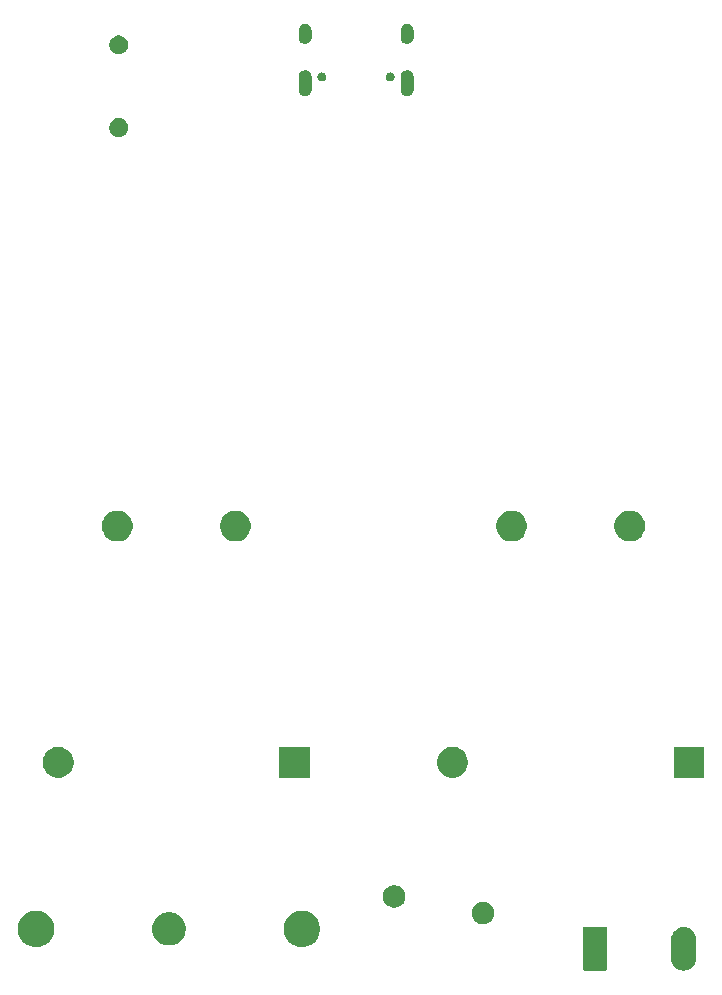
<source format=gbr>
G04 #@! TF.GenerationSoftware,KiCad,Pcbnew,(5.1.5)-3*
G04 #@! TF.CreationDate,2021-07-10T17:40:16+02:00*
G04 #@! TF.ProjectId,EnergyMonitor,456e6572-6779-44d6-9f6e-69746f722e6b,rev?*
G04 #@! TF.SameCoordinates,Original*
G04 #@! TF.FileFunction,Soldermask,Bot*
G04 #@! TF.FilePolarity,Negative*
%FSLAX46Y46*%
G04 Gerber Fmt 4.6, Leading zero omitted, Abs format (unit mm)*
G04 Created by KiCad (PCBNEW (5.1.5)-3) date 2021-07-10 17:40:16*
%MOMM*%
%LPD*%
G04 APERTURE LIST*
%ADD10C,0.100000*%
G04 APERTURE END LIST*
D10*
G36*
X170758791Y-117589927D02*
G01*
X170956905Y-117650025D01*
X170956908Y-117650026D01*
X171011632Y-117679277D01*
X171139489Y-117747617D01*
X171299525Y-117878955D01*
X171430863Y-118038991D01*
X171430864Y-118038993D01*
X171528454Y-118221571D01*
X171528454Y-118221572D01*
X171528455Y-118221574D01*
X171588553Y-118419688D01*
X171603760Y-118574090D01*
X171603760Y-120277350D01*
X171588553Y-120431752D01*
X171528455Y-120629866D01*
X171528454Y-120629869D01*
X171476699Y-120726695D01*
X171430863Y-120812449D01*
X171299525Y-120972485D01*
X171139489Y-121103823D01*
X171070736Y-121140572D01*
X170956909Y-121201414D01*
X170956906Y-121201415D01*
X170758792Y-121261513D01*
X170552760Y-121281805D01*
X170346729Y-121261513D01*
X170148615Y-121201415D01*
X170148612Y-121201414D01*
X170034785Y-121140572D01*
X169966032Y-121103823D01*
X169805996Y-120972485D01*
X169674658Y-120812449D01*
X169640664Y-120748850D01*
X169577065Y-120629866D01*
X169516967Y-120431753D01*
X169501760Y-120277351D01*
X169501760Y-118574090D01*
X169511634Y-118473834D01*
X169516967Y-118419689D01*
X169577065Y-118221575D01*
X169577066Y-118221572D01*
X169616490Y-118147816D01*
X169674657Y-118038991D01*
X169805995Y-117878955D01*
X169966031Y-117747617D01*
X170093887Y-117679277D01*
X170148611Y-117650026D01*
X170148614Y-117650025D01*
X170346728Y-117589927D01*
X170552760Y-117569635D01*
X170758791Y-117589927D01*
G37*
G36*
X163967612Y-117578560D02*
G01*
X163999203Y-117588143D01*
X164028317Y-117603705D01*
X164053834Y-117624646D01*
X164074775Y-117650163D01*
X164090337Y-117679277D01*
X164099920Y-117710868D01*
X164103760Y-117749860D01*
X164103760Y-121101580D01*
X164099920Y-121140572D01*
X164090337Y-121172163D01*
X164074775Y-121201277D01*
X164053834Y-121226794D01*
X164028317Y-121247735D01*
X163999203Y-121263297D01*
X163967612Y-121272880D01*
X163928620Y-121276720D01*
X162176900Y-121276720D01*
X162137908Y-121272880D01*
X162106317Y-121263297D01*
X162077203Y-121247735D01*
X162051686Y-121226794D01*
X162030745Y-121201277D01*
X162015183Y-121172163D01*
X162005600Y-121140572D01*
X162001760Y-121101580D01*
X162001760Y-117749860D01*
X162005600Y-117710868D01*
X162015183Y-117679277D01*
X162030745Y-117650163D01*
X162051686Y-117624646D01*
X162077203Y-117603705D01*
X162106317Y-117588143D01*
X162137908Y-117578560D01*
X162176900Y-117574720D01*
X163928620Y-117574720D01*
X163967612Y-117578560D01*
G37*
G36*
X116034465Y-116217962D02*
G01*
X116184290Y-116247764D01*
X116466554Y-116364681D01*
X116720585Y-116534419D01*
X116936621Y-116750455D01*
X117106359Y-117004486D01*
X117223276Y-117286750D01*
X117282880Y-117586400D01*
X117282880Y-117891920D01*
X117223276Y-118191570D01*
X117106359Y-118473834D01*
X116936621Y-118727865D01*
X116720585Y-118943901D01*
X116466554Y-119113639D01*
X116184290Y-119230556D01*
X116034465Y-119260358D01*
X115884641Y-119290160D01*
X115579119Y-119290160D01*
X115429295Y-119260358D01*
X115279470Y-119230556D01*
X114997206Y-119113639D01*
X114743175Y-118943901D01*
X114527139Y-118727865D01*
X114357401Y-118473834D01*
X114240484Y-118191570D01*
X114180880Y-117891920D01*
X114180880Y-117586400D01*
X114240484Y-117286750D01*
X114357401Y-117004486D01*
X114527139Y-116750455D01*
X114743175Y-116534419D01*
X114997206Y-116364681D01*
X115279470Y-116247764D01*
X115429295Y-116217962D01*
X115579119Y-116188160D01*
X115884641Y-116188160D01*
X116034465Y-116217962D01*
G37*
G36*
X138534465Y-116217962D02*
G01*
X138684290Y-116247764D01*
X138966554Y-116364681D01*
X139220585Y-116534419D01*
X139436621Y-116750455D01*
X139606359Y-117004486D01*
X139723276Y-117286750D01*
X139782880Y-117586400D01*
X139782880Y-117891920D01*
X139723276Y-118191570D01*
X139606359Y-118473834D01*
X139436621Y-118727865D01*
X139220585Y-118943901D01*
X138966554Y-119113639D01*
X138684290Y-119230556D01*
X138534465Y-119260358D01*
X138384641Y-119290160D01*
X138079119Y-119290160D01*
X137929295Y-119260358D01*
X137779470Y-119230556D01*
X137497206Y-119113639D01*
X137243175Y-118943901D01*
X137027139Y-118727865D01*
X136857401Y-118473834D01*
X136740484Y-118191570D01*
X136680880Y-117891920D01*
X136680880Y-117586400D01*
X136740484Y-117286750D01*
X136857401Y-117004486D01*
X137027139Y-116750455D01*
X137243175Y-116534419D01*
X137497206Y-116364681D01*
X137779470Y-116247764D01*
X137929295Y-116217962D01*
X138079119Y-116188160D01*
X138384641Y-116188160D01*
X138534465Y-116217962D01*
G37*
G36*
X127300313Y-116374053D02*
G01*
X127390537Y-116391999D01*
X127496147Y-116435745D01*
X127645501Y-116497609D01*
X127721643Y-116548485D01*
X127874966Y-116650932D01*
X128070108Y-116846074D01*
X128172555Y-116999397D01*
X128223431Y-117075539D01*
X128247916Y-117134651D01*
X128320720Y-117310414D01*
X128329041Y-117330504D01*
X128382880Y-117601172D01*
X128382880Y-117877148D01*
X128379941Y-117891921D01*
X128329041Y-118147817D01*
X128298489Y-118221575D01*
X128223431Y-118402781D01*
X128223430Y-118402782D01*
X128070108Y-118632246D01*
X127874966Y-118827388D01*
X127721643Y-118929835D01*
X127645501Y-118980711D01*
X127496147Y-119042575D01*
X127390537Y-119086321D01*
X127300313Y-119104267D01*
X127119868Y-119140160D01*
X126843892Y-119140160D01*
X126663447Y-119104267D01*
X126573223Y-119086321D01*
X126467613Y-119042575D01*
X126318259Y-118980711D01*
X126242117Y-118929835D01*
X126088794Y-118827388D01*
X125893652Y-118632246D01*
X125740330Y-118402782D01*
X125740329Y-118402781D01*
X125665271Y-118221575D01*
X125634719Y-118147817D01*
X125583819Y-117891921D01*
X125580880Y-117877148D01*
X125580880Y-117601172D01*
X125634719Y-117330504D01*
X125643041Y-117310414D01*
X125715844Y-117134651D01*
X125740329Y-117075539D01*
X125791205Y-116999397D01*
X125893652Y-116846074D01*
X126088794Y-116650932D01*
X126242117Y-116548485D01*
X126318259Y-116497609D01*
X126467613Y-116435745D01*
X126573223Y-116391999D01*
X126663447Y-116374053D01*
X126843892Y-116338160D01*
X127119868Y-116338160D01*
X127300313Y-116374053D01*
G37*
G36*
X153827395Y-115481506D02*
G01*
X154000466Y-115553194D01*
X154000467Y-115553195D01*
X154156227Y-115657270D01*
X154288690Y-115789733D01*
X154288691Y-115789735D01*
X154392766Y-115945494D01*
X154464454Y-116118565D01*
X154501000Y-116302293D01*
X154501000Y-116489627D01*
X154464454Y-116673355D01*
X154392766Y-116846426D01*
X154392765Y-116846427D01*
X154288690Y-117002187D01*
X154156227Y-117134650D01*
X154077818Y-117187041D01*
X154000466Y-117238726D01*
X153827395Y-117310414D01*
X153643667Y-117346960D01*
X153456333Y-117346960D01*
X153272605Y-117310414D01*
X153099534Y-117238726D01*
X153022182Y-117187041D01*
X152943773Y-117134650D01*
X152811310Y-117002187D01*
X152707235Y-116846427D01*
X152707234Y-116846426D01*
X152635546Y-116673355D01*
X152599000Y-116489627D01*
X152599000Y-116302293D01*
X152635546Y-116118565D01*
X152707234Y-115945494D01*
X152811309Y-115789735D01*
X152811310Y-115789733D01*
X152943773Y-115657270D01*
X153099533Y-115553195D01*
X153099534Y-115553194D01*
X153272605Y-115481506D01*
X153456333Y-115444960D01*
X153643667Y-115444960D01*
X153827395Y-115481506D01*
G37*
G36*
X146327395Y-114081506D02*
G01*
X146500466Y-114153194D01*
X146500467Y-114153195D01*
X146656227Y-114257270D01*
X146788690Y-114389733D01*
X146788691Y-114389735D01*
X146892766Y-114545494D01*
X146964454Y-114718565D01*
X147001000Y-114902293D01*
X147001000Y-115089627D01*
X146964454Y-115273355D01*
X146892766Y-115446426D01*
X146841081Y-115523778D01*
X146788690Y-115602187D01*
X146656227Y-115734650D01*
X146577818Y-115787041D01*
X146500466Y-115838726D01*
X146327395Y-115910414D01*
X146143667Y-115946960D01*
X145956333Y-115946960D01*
X145772605Y-115910414D01*
X145599534Y-115838726D01*
X145522182Y-115787041D01*
X145443773Y-115734650D01*
X145311310Y-115602187D01*
X145258919Y-115523778D01*
X145207234Y-115446426D01*
X145135546Y-115273355D01*
X145099000Y-115089627D01*
X145099000Y-114902293D01*
X145135546Y-114718565D01*
X145207234Y-114545494D01*
X145311309Y-114389735D01*
X145311310Y-114389733D01*
X145443773Y-114257270D01*
X145599533Y-114153195D01*
X145599534Y-114153194D01*
X145772605Y-114081506D01*
X145956333Y-114044960D01*
X146143667Y-114044960D01*
X146327395Y-114081506D01*
G37*
G36*
X138901000Y-104933000D02*
G01*
X136299000Y-104933000D01*
X136299000Y-102331000D01*
X138901000Y-102331000D01*
X138901000Y-104933000D01*
G37*
G36*
X117979487Y-102380996D02*
G01*
X118216253Y-102479068D01*
X118216255Y-102479069D01*
X118429339Y-102621447D01*
X118610553Y-102802661D01*
X118752932Y-103015747D01*
X118851004Y-103252513D01*
X118901000Y-103503861D01*
X118901000Y-103760139D01*
X118851004Y-104011487D01*
X118752932Y-104248253D01*
X118752931Y-104248255D01*
X118610553Y-104461339D01*
X118429339Y-104642553D01*
X118216255Y-104784931D01*
X118216254Y-104784932D01*
X118216253Y-104784932D01*
X117979487Y-104883004D01*
X117728139Y-104933000D01*
X117471861Y-104933000D01*
X117220513Y-104883004D01*
X116983747Y-104784932D01*
X116983746Y-104784932D01*
X116983745Y-104784931D01*
X116770661Y-104642553D01*
X116589447Y-104461339D01*
X116447069Y-104248255D01*
X116447068Y-104248253D01*
X116348996Y-104011487D01*
X116299000Y-103760139D01*
X116299000Y-103503861D01*
X116348996Y-103252513D01*
X116447068Y-103015747D01*
X116589447Y-102802661D01*
X116770661Y-102621447D01*
X116983745Y-102479069D01*
X116983747Y-102479068D01*
X117220513Y-102380996D01*
X117471861Y-102331000D01*
X117728139Y-102331000D01*
X117979487Y-102380996D01*
G37*
G36*
X172301000Y-104933000D02*
G01*
X169699000Y-104933000D01*
X169699000Y-102331000D01*
X172301000Y-102331000D01*
X172301000Y-104933000D01*
G37*
G36*
X151379487Y-102380996D02*
G01*
X151616253Y-102479068D01*
X151616255Y-102479069D01*
X151829339Y-102621447D01*
X152010553Y-102802661D01*
X152152932Y-103015747D01*
X152251004Y-103252513D01*
X152301000Y-103503861D01*
X152301000Y-103760139D01*
X152251004Y-104011487D01*
X152152932Y-104248253D01*
X152152931Y-104248255D01*
X152010553Y-104461339D01*
X151829339Y-104642553D01*
X151616255Y-104784931D01*
X151616254Y-104784932D01*
X151616253Y-104784932D01*
X151379487Y-104883004D01*
X151128139Y-104933000D01*
X150871861Y-104933000D01*
X150620513Y-104883004D01*
X150383747Y-104784932D01*
X150383746Y-104784932D01*
X150383745Y-104784931D01*
X150170661Y-104642553D01*
X149989447Y-104461339D01*
X149847069Y-104248255D01*
X149847068Y-104248253D01*
X149748996Y-104011487D01*
X149699000Y-103760139D01*
X149699000Y-103503861D01*
X149748996Y-103252513D01*
X149847068Y-103015747D01*
X149989447Y-102802661D01*
X150170661Y-102621447D01*
X150383745Y-102479069D01*
X150383747Y-102479068D01*
X150620513Y-102380996D01*
X150871861Y-102331000D01*
X151128139Y-102331000D01*
X151379487Y-102380996D01*
G37*
G36*
X156379487Y-82380996D02*
G01*
X156616253Y-82479068D01*
X156616255Y-82479069D01*
X156829339Y-82621447D01*
X157010553Y-82802661D01*
X157152932Y-83015747D01*
X157251004Y-83252513D01*
X157301000Y-83503861D01*
X157301000Y-83760139D01*
X157251004Y-84011487D01*
X157152932Y-84248253D01*
X157152931Y-84248255D01*
X157010553Y-84461339D01*
X156829339Y-84642553D01*
X156616255Y-84784931D01*
X156616254Y-84784932D01*
X156616253Y-84784932D01*
X156379487Y-84883004D01*
X156128139Y-84933000D01*
X155871861Y-84933000D01*
X155620513Y-84883004D01*
X155383747Y-84784932D01*
X155383746Y-84784932D01*
X155383745Y-84784931D01*
X155170661Y-84642553D01*
X154989447Y-84461339D01*
X154847069Y-84248255D01*
X154847068Y-84248253D01*
X154748996Y-84011487D01*
X154699000Y-83760139D01*
X154699000Y-83503861D01*
X154748996Y-83252513D01*
X154847068Y-83015747D01*
X154989447Y-82802661D01*
X155170661Y-82621447D01*
X155383745Y-82479069D01*
X155383747Y-82479068D01*
X155620513Y-82380996D01*
X155871861Y-82331000D01*
X156128139Y-82331000D01*
X156379487Y-82380996D01*
G37*
G36*
X122979487Y-82380996D02*
G01*
X123216253Y-82479068D01*
X123216255Y-82479069D01*
X123429339Y-82621447D01*
X123610553Y-82802661D01*
X123752932Y-83015747D01*
X123851004Y-83252513D01*
X123901000Y-83503861D01*
X123901000Y-83760139D01*
X123851004Y-84011487D01*
X123752932Y-84248253D01*
X123752931Y-84248255D01*
X123610553Y-84461339D01*
X123429339Y-84642553D01*
X123216255Y-84784931D01*
X123216254Y-84784932D01*
X123216253Y-84784932D01*
X122979487Y-84883004D01*
X122728139Y-84933000D01*
X122471861Y-84933000D01*
X122220513Y-84883004D01*
X121983747Y-84784932D01*
X121983746Y-84784932D01*
X121983745Y-84784931D01*
X121770661Y-84642553D01*
X121589447Y-84461339D01*
X121447069Y-84248255D01*
X121447068Y-84248253D01*
X121348996Y-84011487D01*
X121299000Y-83760139D01*
X121299000Y-83503861D01*
X121348996Y-83252513D01*
X121447068Y-83015747D01*
X121589447Y-82802661D01*
X121770661Y-82621447D01*
X121983745Y-82479069D01*
X121983747Y-82479068D01*
X122220513Y-82380996D01*
X122471861Y-82331000D01*
X122728139Y-82331000D01*
X122979487Y-82380996D01*
G37*
G36*
X132979487Y-82380996D02*
G01*
X133216253Y-82479068D01*
X133216255Y-82479069D01*
X133429339Y-82621447D01*
X133610553Y-82802661D01*
X133752932Y-83015747D01*
X133851004Y-83252513D01*
X133901000Y-83503861D01*
X133901000Y-83760139D01*
X133851004Y-84011487D01*
X133752932Y-84248253D01*
X133752931Y-84248255D01*
X133610553Y-84461339D01*
X133429339Y-84642553D01*
X133216255Y-84784931D01*
X133216254Y-84784932D01*
X133216253Y-84784932D01*
X132979487Y-84883004D01*
X132728139Y-84933000D01*
X132471861Y-84933000D01*
X132220513Y-84883004D01*
X131983747Y-84784932D01*
X131983746Y-84784932D01*
X131983745Y-84784931D01*
X131770661Y-84642553D01*
X131589447Y-84461339D01*
X131447069Y-84248255D01*
X131447068Y-84248253D01*
X131348996Y-84011487D01*
X131299000Y-83760139D01*
X131299000Y-83503861D01*
X131348996Y-83252513D01*
X131447068Y-83015747D01*
X131589447Y-82802661D01*
X131770661Y-82621447D01*
X131983745Y-82479069D01*
X131983747Y-82479068D01*
X132220513Y-82380996D01*
X132471861Y-82331000D01*
X132728139Y-82331000D01*
X132979487Y-82380996D01*
G37*
G36*
X166379487Y-82380996D02*
G01*
X166616253Y-82479068D01*
X166616255Y-82479069D01*
X166829339Y-82621447D01*
X167010553Y-82802661D01*
X167152932Y-83015747D01*
X167251004Y-83252513D01*
X167301000Y-83503861D01*
X167301000Y-83760139D01*
X167251004Y-84011487D01*
X167152932Y-84248253D01*
X167152931Y-84248255D01*
X167010553Y-84461339D01*
X166829339Y-84642553D01*
X166616255Y-84784931D01*
X166616254Y-84784932D01*
X166616253Y-84784932D01*
X166379487Y-84883004D01*
X166128139Y-84933000D01*
X165871861Y-84933000D01*
X165620513Y-84883004D01*
X165383747Y-84784932D01*
X165383746Y-84784932D01*
X165383745Y-84784931D01*
X165170661Y-84642553D01*
X164989447Y-84461339D01*
X164847069Y-84248255D01*
X164847068Y-84248253D01*
X164748996Y-84011487D01*
X164699000Y-83760139D01*
X164699000Y-83503861D01*
X164748996Y-83252513D01*
X164847068Y-83015747D01*
X164989447Y-82802661D01*
X165170661Y-82621447D01*
X165383745Y-82479069D01*
X165383747Y-82479068D01*
X165620513Y-82380996D01*
X165871861Y-82331000D01*
X166128139Y-82331000D01*
X166379487Y-82380996D01*
G37*
G36*
X122961362Y-49128061D02*
G01*
X123107134Y-49188442D01*
X123107136Y-49188443D01*
X123238328Y-49276102D01*
X123349898Y-49387672D01*
X123437557Y-49518864D01*
X123437558Y-49518866D01*
X123497939Y-49664638D01*
X123528720Y-49819387D01*
X123528720Y-49977173D01*
X123497939Y-50131922D01*
X123437558Y-50277694D01*
X123437557Y-50277696D01*
X123349898Y-50408888D01*
X123238328Y-50520458D01*
X123107136Y-50608117D01*
X123107135Y-50608118D01*
X123107134Y-50608118D01*
X122961362Y-50668499D01*
X122806613Y-50699280D01*
X122648827Y-50699280D01*
X122494078Y-50668499D01*
X122348306Y-50608118D01*
X122348305Y-50608118D01*
X122348304Y-50608117D01*
X122217112Y-50520458D01*
X122105542Y-50408888D01*
X122017883Y-50277696D01*
X122017882Y-50277694D01*
X121957501Y-50131922D01*
X121926720Y-49977173D01*
X121926720Y-49819387D01*
X121957501Y-49664638D01*
X122017882Y-49518866D01*
X122017883Y-49518864D01*
X122105542Y-49387672D01*
X122217112Y-49276102D01*
X122348304Y-49188443D01*
X122348306Y-49188442D01*
X122494078Y-49128061D01*
X122648827Y-49097280D01*
X122806613Y-49097280D01*
X122961362Y-49128061D01*
G37*
G36*
X138607135Y-45036973D02*
G01*
X138710999Y-45068479D01*
X138738175Y-45083005D01*
X138806720Y-45119643D01*
X138890621Y-45188499D01*
X138959477Y-45272400D01*
X138978474Y-45307942D01*
X139010641Y-45368121D01*
X139042147Y-45471985D01*
X139050120Y-45552933D01*
X139050120Y-46707067D01*
X139042147Y-46788015D01*
X139010641Y-46891879D01*
X138959476Y-46987600D01*
X138890621Y-47071501D01*
X138821765Y-47128009D01*
X138806719Y-47140357D01*
X138755027Y-47167987D01*
X138710998Y-47191521D01*
X138607134Y-47223027D01*
X138499120Y-47233666D01*
X138391105Y-47223027D01*
X138287241Y-47191521D01*
X138243213Y-47167987D01*
X138191521Y-47140357D01*
X138178763Y-47129887D01*
X138107619Y-47071501D01*
X138038764Y-46987600D01*
X137987599Y-46891878D01*
X137956093Y-46788014D01*
X137948120Y-46707066D01*
X137948121Y-45552933D01*
X137956094Y-45471985D01*
X137987600Y-45368121D01*
X138019767Y-45307942D01*
X138038764Y-45272400D01*
X138107620Y-45188499D01*
X138191521Y-45119643D01*
X138260066Y-45083005D01*
X138287242Y-45068479D01*
X138391106Y-45036973D01*
X138499120Y-45026334D01*
X138607135Y-45036973D01*
G37*
G36*
X147247135Y-45036973D02*
G01*
X147350999Y-45068479D01*
X147378175Y-45083005D01*
X147446720Y-45119643D01*
X147530621Y-45188499D01*
X147599477Y-45272400D01*
X147618474Y-45307942D01*
X147650641Y-45368121D01*
X147682147Y-45471985D01*
X147690120Y-45552933D01*
X147690120Y-46707067D01*
X147682147Y-46788015D01*
X147650641Y-46891879D01*
X147599476Y-46987600D01*
X147530621Y-47071501D01*
X147461765Y-47128009D01*
X147446719Y-47140357D01*
X147395027Y-47167987D01*
X147350998Y-47191521D01*
X147247134Y-47223027D01*
X147139120Y-47233666D01*
X147031105Y-47223027D01*
X146927241Y-47191521D01*
X146883213Y-47167987D01*
X146831521Y-47140357D01*
X146818763Y-47129887D01*
X146747619Y-47071501D01*
X146678764Y-46987600D01*
X146627599Y-46891878D01*
X146596093Y-46788014D01*
X146588120Y-46707066D01*
X146588121Y-45552933D01*
X146596094Y-45471985D01*
X146627600Y-45368121D01*
X146659767Y-45307942D01*
X146678764Y-45272400D01*
X146747620Y-45188499D01*
X146831521Y-45119643D01*
X146900066Y-45083005D01*
X146927242Y-45068479D01*
X147031106Y-45036973D01*
X147139120Y-45026334D01*
X147247135Y-45036973D01*
G37*
G36*
X140038792Y-45238449D02*
G01*
X140038794Y-45238450D01*
X140038795Y-45238450D01*
X140107223Y-45266793D01*
X140168806Y-45307942D01*
X140221178Y-45360314D01*
X140262327Y-45421897D01*
X140290670Y-45490325D01*
X140305120Y-45562967D01*
X140305120Y-45637033D01*
X140290670Y-45709675D01*
X140262327Y-45778103D01*
X140221178Y-45839686D01*
X140168806Y-45892058D01*
X140107223Y-45933207D01*
X140038795Y-45961550D01*
X140038794Y-45961550D01*
X140038792Y-45961551D01*
X139966154Y-45976000D01*
X139892086Y-45976000D01*
X139819448Y-45961551D01*
X139819446Y-45961550D01*
X139819445Y-45961550D01*
X139751017Y-45933207D01*
X139689434Y-45892058D01*
X139637062Y-45839686D01*
X139595913Y-45778103D01*
X139567570Y-45709675D01*
X139553120Y-45637033D01*
X139553120Y-45562967D01*
X139567570Y-45490325D01*
X139595913Y-45421897D01*
X139637062Y-45360314D01*
X139689434Y-45307942D01*
X139751017Y-45266793D01*
X139819445Y-45238450D01*
X139819446Y-45238450D01*
X139819448Y-45238449D01*
X139892086Y-45224000D01*
X139966154Y-45224000D01*
X140038792Y-45238449D01*
G37*
G36*
X145818792Y-45238449D02*
G01*
X145818794Y-45238450D01*
X145818795Y-45238450D01*
X145887223Y-45266793D01*
X145948806Y-45307942D01*
X146001178Y-45360314D01*
X146042327Y-45421897D01*
X146070670Y-45490325D01*
X146085120Y-45562967D01*
X146085120Y-45637033D01*
X146070670Y-45709675D01*
X146042327Y-45778103D01*
X146001178Y-45839686D01*
X145948806Y-45892058D01*
X145887223Y-45933207D01*
X145818795Y-45961550D01*
X145818794Y-45961550D01*
X145818792Y-45961551D01*
X145746154Y-45976000D01*
X145672086Y-45976000D01*
X145599448Y-45961551D01*
X145599446Y-45961550D01*
X145599445Y-45961550D01*
X145531017Y-45933207D01*
X145469434Y-45892058D01*
X145417062Y-45839686D01*
X145375913Y-45778103D01*
X145347570Y-45709675D01*
X145333120Y-45637033D01*
X145333120Y-45562967D01*
X145347570Y-45490325D01*
X145375913Y-45421897D01*
X145417062Y-45360314D01*
X145469434Y-45307942D01*
X145531017Y-45266793D01*
X145599445Y-45238450D01*
X145599446Y-45238450D01*
X145599448Y-45238449D01*
X145672086Y-45224000D01*
X145746154Y-45224000D01*
X145818792Y-45238449D01*
G37*
G36*
X122961362Y-42128061D02*
G01*
X123107134Y-42188442D01*
X123107136Y-42188443D01*
X123238328Y-42276102D01*
X123349898Y-42387672D01*
X123399480Y-42461878D01*
X123437558Y-42518866D01*
X123497939Y-42664638D01*
X123528720Y-42819387D01*
X123528720Y-42977173D01*
X123497939Y-43131922D01*
X123437558Y-43277694D01*
X123437557Y-43277696D01*
X123349898Y-43408888D01*
X123238328Y-43520458D01*
X123107136Y-43608117D01*
X123107135Y-43608118D01*
X123107134Y-43608118D01*
X122961362Y-43668499D01*
X122806613Y-43699280D01*
X122648827Y-43699280D01*
X122494078Y-43668499D01*
X122348306Y-43608118D01*
X122348305Y-43608118D01*
X122348304Y-43608117D01*
X122217112Y-43520458D01*
X122105542Y-43408888D01*
X122017883Y-43277696D01*
X122017882Y-43277694D01*
X121957501Y-43131922D01*
X121926720Y-42977173D01*
X121926720Y-42819387D01*
X121957501Y-42664638D01*
X122017882Y-42518866D01*
X122055960Y-42461878D01*
X122105542Y-42387672D01*
X122217112Y-42276102D01*
X122348304Y-42188443D01*
X122348306Y-42188442D01*
X122494078Y-42128061D01*
X122648827Y-42097280D01*
X122806613Y-42097280D01*
X122961362Y-42128061D01*
G37*
G36*
X138607135Y-41106973D02*
G01*
X138710999Y-41138479D01*
X138738175Y-41153005D01*
X138806720Y-41189643D01*
X138890621Y-41258499D01*
X138959477Y-41342400D01*
X138996115Y-41410945D01*
X139010641Y-41438121D01*
X139042147Y-41541985D01*
X139050120Y-41622933D01*
X139050120Y-42277067D01*
X139042147Y-42358015D01*
X139010641Y-42461879D01*
X138959476Y-42557600D01*
X138890621Y-42641501D01*
X138862429Y-42664637D01*
X138806719Y-42710357D01*
X138755027Y-42737987D01*
X138710998Y-42761521D01*
X138607134Y-42793027D01*
X138499120Y-42803666D01*
X138391105Y-42793027D01*
X138287241Y-42761521D01*
X138243213Y-42737987D01*
X138191521Y-42710357D01*
X138178763Y-42699887D01*
X138107619Y-42641501D01*
X138038764Y-42557600D01*
X137987599Y-42461878D01*
X137956093Y-42358014D01*
X137948120Y-42277066D01*
X137948120Y-41622933D01*
X137956093Y-41541985D01*
X137987600Y-41438121D01*
X137987602Y-41438118D01*
X138038765Y-41342399D01*
X138107620Y-41258499D01*
X138191521Y-41189643D01*
X138260066Y-41153005D01*
X138287242Y-41138479D01*
X138391106Y-41106973D01*
X138499120Y-41096334D01*
X138607135Y-41106973D01*
G37*
G36*
X147247135Y-41106973D02*
G01*
X147350999Y-41138479D01*
X147378175Y-41153005D01*
X147446720Y-41189643D01*
X147530621Y-41258499D01*
X147599477Y-41342400D01*
X147636115Y-41410945D01*
X147650641Y-41438121D01*
X147682147Y-41541985D01*
X147690120Y-41622933D01*
X147690120Y-42277067D01*
X147682147Y-42358015D01*
X147650641Y-42461879D01*
X147599476Y-42557600D01*
X147530621Y-42641501D01*
X147502429Y-42664637D01*
X147446719Y-42710357D01*
X147395027Y-42737987D01*
X147350998Y-42761521D01*
X147247134Y-42793027D01*
X147139120Y-42803666D01*
X147031105Y-42793027D01*
X146927241Y-42761521D01*
X146883213Y-42737987D01*
X146831521Y-42710357D01*
X146818763Y-42699887D01*
X146747619Y-42641501D01*
X146678764Y-42557600D01*
X146627599Y-42461878D01*
X146596093Y-42358014D01*
X146588120Y-42277066D01*
X146588120Y-41622933D01*
X146596093Y-41541985D01*
X146627600Y-41438121D01*
X146627602Y-41438118D01*
X146678765Y-41342399D01*
X146747620Y-41258499D01*
X146831521Y-41189643D01*
X146900066Y-41153005D01*
X146927242Y-41138479D01*
X147031106Y-41106973D01*
X147139120Y-41096334D01*
X147247135Y-41106973D01*
G37*
M02*

</source>
